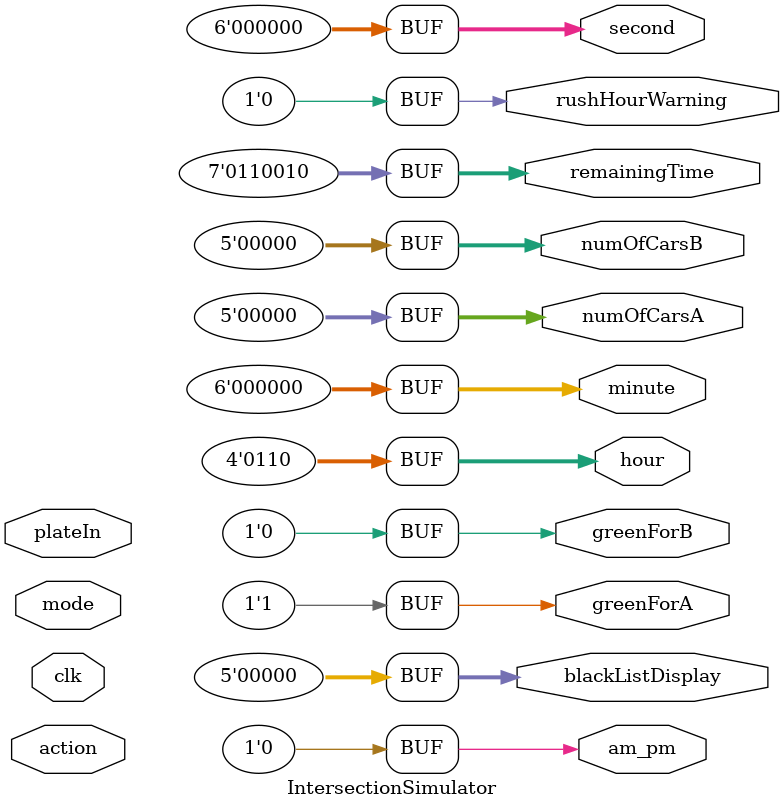
<source format=v>
`timescale 1ns / 1ps
module IntersectionSimulator(
	input [2:0] mode, //1xx:display, 000:remA, 001:remB, 010:addA, 011:addB
	input [4:0] plateIn,
	input action,
	input clk,
	output reg  greenForA,
	output reg  greenForB,
	output reg 	rushHourWarning,
	output reg [3:0]  hour,
	output reg [5:0]  minute,	
	output reg [5:0]  second,
	output reg	am_pm, //0:am, 1:pm
	output reg [4:0]  numOfCarsA,
	output reg [4:0]  numOfCarsB,
	output reg [6:0]  remainingTime,
	output reg [4:0]  blackListDisplay
	);
	
	//You may write your code anywhere
	
	initial begin
		greenForA=1;
		greenForB=0;
		rushHourWarning=0;
		hour=6;
		minute=0;
		second=0;
		am_pm=0;
		numOfCarsA=0;
		numOfCarsB=0;
		remainingTime=50;
		blackListDisplay=0;
		
		//...
		
	end


	always@(posedge action)
	begin
	
		//...
		
	end


	always @(posedge clk)
	begin
	
		//...
		
	end


endmodule

</source>
